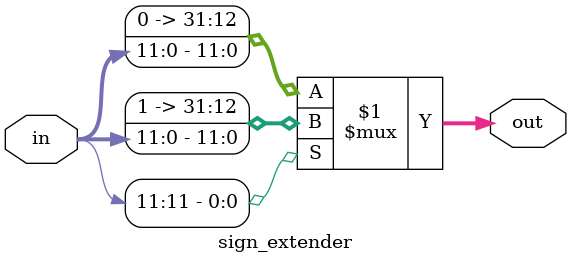
<source format=v>
module sign_extender#(
    parameter input_width=12
)(
    input [input_width-1:0] in,
    output wire [31:0] out
);
//this sign extends a parameterized input to 32 bits
   assign out= in[input_width-1]? {{(32-input_width){1'b1}},in} : {{(32-input_width){1'b0}},in} ;
endmodule
</source>
